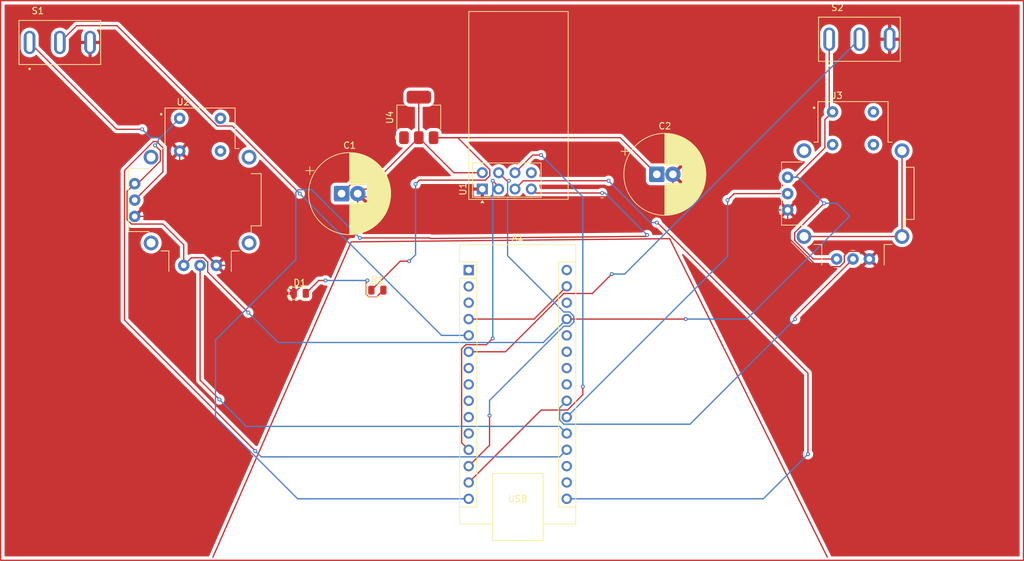
<source format=kicad_pcb>
(kicad_pcb (version 20241229) (generator "pcbnew") (generator_version "9.0")
  (layers (0 "F.Cu" signal) (2 "B.Cu" signal) (13 "F.Paste" user) (15 "B.Paste" user) (5 "F.SilkS" user "F.Silkscreen") (7 "B.SilkS" user "B.Silkscreen") (1 "F.Mask" user) (3 "B.Mask" user) (25 "Edge.Cuts" user))
  (net 0 "")
  (net 1 "Net-(A1-D10{slash}CS)")
  (net 2 "Net-(A1-D13{slash}SCK)")
  (net 3 "Net-(A1-D12{slash}CIPO)")
  (net 4 "Net-(A1-D11{slash}COPI)")
  (net 6 "Net-(A1-D3)")
  (net 9 "+5V")
  (net 10 "Net-(A1-A0)")
  (net 14 "Net-(A1-A3)")
  (net 18 "Net-(A1-GND-Pad29)")
  (net 21 "Net-(A1-A2)")
  (net 22 "Net-(A1-D2)")
  (net 23 "Net-(A1-D9)")
  (net 29 "Net-(A1-A1)")
  (net 30 "Net-(U1-VCC)")
  (net 31 "GND")
  (net 32 "Net-(U4-VI)")
  (net 33 "Net-(D1-A)")
  (net 35 "Net-(U2-SHIELD-PadS1)")
  (net 36 "Net-(U3-SHIELD-PadS1)")
  (footprint "SW_100SP1T1B1M1QEH:SW_100SP1T1B1M1QEH" (layer "F.Cu") (at 95.2 44)
    (property "Reference" "S1" (at -3.425 -4.915 0) (layer "F.SilkS"))
    (property "Value" "100SP1T1B1M1QEH")
    (pad "1" thru_hole oval (at -4.7 0) (size 1.81 3.62) (drill oval 0.91 2.94) (layers "*.Cu" "*.Mask") (net 9 "+5V"))
    (pad "2" thru_hole oval (at 0 0) (size 1.81 3.62) (drill oval 0.91 2.94) (layers "*.Cu" "*.Mask") (net 22 "Net-(A1-D2)"))
    (pad "3" thru_hole oval (at 4.7 0) (size 1.81 3.62) (drill oval 0.91 2.94) (layers "*.Cu" "*.Mask") (net 31 "GND"))
  )
  (footprint "RF_Module:nRF24L01_Breakout" (layer "F.Cu") (at 160.875 66.7895 90)
    (property "Reference" "U1" (at 0 -3 90) (layer "F.SilkS"))
    (property "Value" "NRF24L01_Breakout")
    (pad "1" thru_hole rect (at 0 0 90) (size 1.7 1.7) (drill 1) (layers "*.Cu" "*.Mask") (net 31 "GND"))
    (pad "2" thru_hole circle (at 2.54 0 90) (size 1.7 1.7) (drill 1) (layers "*.Cu" "*.Mask") (net 30 "Net-(U1-VCC)"))
    (pad "3" thru_hole circle (at 0 2.54 90) (size 1.7 1.7) (drill 1) (layers "*.Cu" "*.Mask") (net 23 "Net-(A1-D9)"))
    (pad "4" thru_hole circle (at 2.54 2.54 90) (size 1.7 1.7) (drill 1) (layers "*.Cu" "*.Mask") (net 1 "Net-(A1-D10{slash}CS)"))
    (pad "5" thru_hole circle (at 0 5.08 90) (size 1.7 1.7) (drill 1) (layers "*.Cu" "*.Mask") (net 2 "Net-(A1-D13{slash}SCK)"))
    (pad "6" thru_hole circle (at 2.54 5.08 90) (size 1.7 1.7) (drill 1) (layers "*.Cu" "*.Mask") (net 4 "Net-(A1-D11{slash}COPI)"))
    (pad "7" thru_hole circle (at 0 7.62 90) (size 1.7 1.7) (drill 1) (layers "*.Cu" "*.Mask") (net 3 "Net-(A1-D12{slash}CIPO)"))
    (pad "8" thru_hole circle (at 2.54 7.62 90) (size 1.7 1.7) (drill 1) (layers "*.Cu" "*.Mask"))
  )
  (footprint "SW_100SP1T1B1M1QEH:SW_100SP1T1B1M1QEH" (layer "F.Cu") (at 219.5 43.5)
    (property "Reference" "S2" (at -3.425 -4.915 0) (layer "F.SilkS"))
    (property "Value" "100SP1T1B1M1QEH")
    (pad "1" thru_hole oval (at -4.7 0) (size 1.81 3.62) (drill oval 0.91 2.94) (layers "*.Cu" "*.Mask") (net 9 "+5V"))
    (pad "2" thru_hole oval (at 0 0) (size 1.81 3.62) (drill oval 0.91 2.94) (layers "*.Cu" "*.Mask") (net 6 "Net-(A1-D3)"))
    (pad "3" thru_hole oval (at 4.7 0) (size 1.81 3.62) (drill oval 0.91 2.94) (layers "*.Cu" "*.Mask") (net 31 "GND"))
  )
  (footprint "Package_TO_SOT_SMD:SOT-223-3_TabPin2" (layer "F.Cu") (at 151 55.65 90)
    (property "Reference" "U4" (at 0 -4.5 90) (layer "F.SilkS"))
    (property "Value" "AMS1117")
    (pad "1" smd roundrect (at -3.15 -2.3 90) (size 2 1.5) (layers "F.Cu" "F.Mask" "F.Paste"))
    (pad "2" smd roundrect (at -3.15 0 90) (size 2 1.5) (layers "F.Cu" "F.Mask" "F.Paste") (net 30 "Net-(U1-VCC)"))
    (pad "2" smd roundrect (at 3.15 0 90) (size 2 3.8) (layers "F.Cu" "F.Mask" "F.Paste") (net 30 "Net-(U1-VCC)"))
    (pad "3" smd roundrect (at -3.15 2.3 90) (size 2 1.5) (layers "F.Cu" "F.Mask" "F.Paste") (net 32 "Net-(U4-VI)"))
  )
  (footprint "LED_SMD:LED_0805_2012Metric" (layer "F.Cu") (at 144.5625 82.5)
    (property "Reference" "R1" (at 0 -1.65 0) (layer "F.SilkS"))
    (property "Value" "330")
    (pad "1" smd roundrect (at -0.9375 0) (size 0.975 1.4) (layers "F.Cu" "F.Mask" "F.Paste") (net 32 "Net-(U4-VI)"))
    (pad "2" smd roundrect (at 0.9375 0) (size 0.975 1.4) (layers "F.Cu" "F.Mask" "F.Paste") (net 33 "Net-(D1-A)"))
  )
  (footprint "Capacitor_THT:CP_Radial_D12.5mm_P2.50mm" (layer "F.Cu") (at 188 64.5)
    (property "Reference" "C2" (at 1.25 -7.5 0) (layer "F.SilkS"))
    (property "Value" "C_Polarized")
    (pad "1" thru_hole roundrect (at 0 0) (size 2.4 2.4) (drill 1.2) (layers "*.Cu" "*.Mask") (roundrect_rratio 0.104167) (net 32 "Net-(U4-VI)"))
    (pad "2" thru_hole circle (at 2.5 0) (size 2.4 2.4) (drill 1.2) (layers "*.Cu" "*.Mask") (net 31 "GND"))
  )
  (footprint "Capacitor_THT:CP_Radial_D12.5mm_P2.50mm" (layer "F.Cu") (at 139 67.5)
    (property "Reference" "C1" (at 1.25 -7.5 0) (layer "F.SilkS"))
    (property "Value" "C_Polarized")
    (pad "1" thru_hole roundrect (at 0 0) (size 2.4 2.4) (drill 1.2) (layers "*.Cu" "*.Mask") (roundrect_rratio 0.104167) (net 30 "Net-(U1-VCC)"))
    (pad "2" thru_hole circle (at 2.5 0) (size 2.4 2.4) (drill 1.2) (layers "*.Cu" "*.Mask") (net 31 "GND"))
  )
  (footprint "LED_SMD:LED_0805_2012Metric" (layer "F.Cu") (at 132.5 83)
    (property "Reference" "D1" (at 0 -1.65 0) (layer "F.SilkS"))
    (property "Value" "LED")
    (pad "1" smd roundrect (at -0.9375 0) (size 0.975 1.4) (layers "F.Cu" "F.Mask" "F.Paste") (net 31 "GND"))
    (pad "2" smd roundrect (at 0.9375 0) (size 0.975 1.4) (layers "F.Cu" "F.Mask" "F.Paste") (net 33 "Net-(D1-A)"))
  )
  (footprint "XDCR_COM-09032:XDCR_COM-09032" (layer "F.Cu") (at 218.5 67.5)
    (property "Reference" "U3" (at -2.625 -15.235 0) (layer "F.SilkS"))
    (property "Value" "COM-09032")
    (pad "B1A" thru_hole circle (at -3.175 -12.7) (size 1.778 1.778) (drill 0.9) (layers "*.Cu" "*.Mask") (net 9 "+5V"))
    (pad "B1B" thru_hole circle (at 3.175 -12.7) (size 1.778 1.778) (drill 0.9) (layers "*.Cu" "*.Mask"))
    (pad "B2A" thru_hole circle (at -3.175 -7.62) (size 1.778 1.778) (drill 0.9) (layers "*.Cu" "*.Mask"))
    (pad "B2B" thru_hole circle (at 3.175 -7.62) (size 1.778 1.778) (drill 0.9) (layers "*.Cu" "*.Mask"))
    (pad "H1" thru_hole circle (at -2.54 10.16) (size 1.778 1.778) (drill 0.889) (layers "*.Cu" "*.Mask") (net 9 "+5V"))
    (pad "H2" thru_hole circle (at 0 10.16) (size 1.778 1.778) (drill 0.889) (layers "*.Cu" "*.Mask") (net 14 "Net-(A1-A3)"))
    (pad "H3" thru_hole circle (at 2.54 10.16) (size 1.778 1.778) (drill 0.889) (layers "*.Cu" "*.Mask") (net 31 "GND"))
    (pad "S1" thru_hole circle (at -7.62 -6.6675) (size 2.286 2.286) (drill 1.397) (layers "*.Cu" "*.Mask") (net 36 "Net-(U3-SHIELD-PadS1)"))
    (pad "S2" thru_hole circle (at -7.62 6.6675) (size 2.286 2.286) (drill 1.397) (layers "*.Cu" "*.Mask") (net 36 "Net-(U3-SHIELD-PadS1)"))
    (pad "S3" thru_hole circle (at 7.62 6.6675) (size 2.286 2.286) (drill 1.397) (layers "*.Cu" "*.Mask") (net 36 "Net-(U3-SHIELD-PadS1)"))
    (pad "S4" thru_hole circle (at 7.62 -6.6675) (size 2.286 2.286) (drill 1.397) (layers "*.Cu" "*.Mask") (net 36 "Net-(U3-SHIELD-PadS1)"))
    (pad "V1" thru_hole circle (at -10.16 -2.54) (size 1.778 1.778) (drill 0.889) (layers "*.Cu" "*.Mask") (net 9 "+5V"))
    (pad "V2" thru_hole circle (at -10.16 0) (size 1.778 1.778) (drill 0.889) (layers "*.Cu" "*.Mask") (net 21 "Net-(A1-A2)"))
    (pad "V3" thru_hole circle (at -10.16 2.54) (size 1.778 1.778) (drill 0.889) (layers "*.Cu" "*.Mask") (net 31 "GND"))
  )
  (footprint "Module:Arduino_Nano" (layer "F.Cu") (at 158.76 79.38)
    (property "Reference" "A1" (at 7.62 -5.08 0) (layer "F.SilkS"))
    (property "Value" "Arduino_Nano_ESP32")
    (fp_text user "USB" (at 7.62 35.56 0) (layer "F.SilkS"))
    (pad "1" thru_hole rect (at 0 0) (size 1.6 1.6) (drill 1) (layers "*.Cu" "*.Mask"))
    (pad "2" thru_hole oval (at 0 2.54) (size 1.6 1.6) (drill 1) (layers "*.Cu" "*.Mask"))
    (pad "3" thru_hole oval (at 0 5.08) (size 1.6 1.6) (drill 1) (layers "*.Cu" "*.Mask"))
    (pad "4" thru_hole oval (at 0 7.62) (size 1.6 1.6) (drill 1) (layers "*.Cu" "*.Mask") (net 18 "Net-(A1-GND-Pad29)"))
    (pad "5" thru_hole oval (at 0 10.16) (size 1.6 1.6) (drill 1) (layers "*.Cu" "*.Mask") (net 22 "Net-(A1-D2)"))
    (pad "6" thru_hole oval (at 0 12.7) (size 1.6 1.6) (drill 1) (layers "*.Cu" "*.Mask") (net 6 "Net-(A1-D3)"))
    (pad "7" thru_hole oval (at 0 15.24) (size 1.6 1.6) (drill 1) (layers "*.Cu" "*.Mask"))
    (pad "8" thru_hole oval (at 0 17.78) (size 1.6 1.6) (drill 1) (layers "*.Cu" "*.Mask"))
    (pad "9" thru_hole oval (at 0 20.32) (size 1.6 1.6) (drill 1) (layers "*.Cu" "*.Mask"))
    (pad "10" thru_hole oval (at 0 22.86) (size 1.6 1.6) (drill 1) (layers "*.Cu" "*.Mask"))
    (pad "11" thru_hole oval (at 0 25.4) (size 1.6 1.6) (drill 1) (layers "*.Cu" "*.Mask"))
    (pad "12" thru_hole oval (at 0 27.94) (size 1.6 1.6) (drill 1) (layers "*.Cu" "*.Mask") (net 23 "Net-(A1-D9)"))
    (pad "13" thru_hole oval (at 0 30.48) (size 1.6 1.6) (drill 1) (layers "*.Cu" "*.Mask") (net 1 "Net-(A1-D10{slash}CS)"))
    (pad "14" thru_hole oval (at 0 33.02) (size 1.6 1.6) (drill 1) (layers "*.Cu" "*.Mask") (net 4 "Net-(A1-D11{slash}COPI)"))
    (pad "15" thru_hole oval (at 0 35.56) (size 1.6 1.6) (drill 1) (layers "*.Cu" "*.Mask") (net 3 "Net-(A1-D12{slash}CIPO)"))
    (pad "16" thru_hole oval (at 15.24 35.56) (size 1.6 1.6) (drill 1) (layers "*.Cu" "*.Mask") (net 2 "Net-(A1-D13{slash}SCK)"))
    (pad "17" thru_hole oval (at 15.24 33.02) (size 1.6 1.6) (drill 1) (layers "*.Cu" "*.Mask"))
    (pad "18" thru_hole oval (at 15.24 30.48) (size 1.6 1.6) (drill 1) (layers "*.Cu" "*.Mask"))
    (pad "19" thru_hole oval (at 15.24 27.94) (size 1.6 1.6) (drill 1) (layers "*.Cu" "*.Mask") (net 10 "Net-(A1-A0)"))
    (pad "20" thru_hole oval (at 15.24 25.4) (size 1.6 1.6) (drill 1) (layers "*.Cu" "*.Mask") (net 29 "Net-(A1-A1)"))
    (pad "21" thru_hole oval (at 15.24 22.86) (size 1.6 1.6) (drill 1) (layers "*.Cu" "*.Mask") (net 21 "Net-(A1-A2)"))
    (pad "22" thru_hole oval (at 15.24 20.32) (size 1.6 1.6) (drill 1) (layers "*.Cu" "*.Mask") (net 14 "Net-(A1-A3)"))
    (pad "23" thru_hole oval (at 15.24 17.78) (size 1.6 1.6) (drill 1) (layers "*.Cu" "*.Mask"))
    (pad "24" thru_hole oval (at 15.24 15.24) (size 1.6 1.6) (drill 1) (layers "*.Cu" "*.Mask"))
    (pad "25" thru_hole oval (at 15.24 12.7) (size 1.6 1.6) (drill 1) (layers "*.Cu" "*.Mask"))
    (pad "26" thru_hole oval (at 15.24 10.16) (size 1.6 1.6) (drill 1) (layers "*.Cu" "*.Mask"))
    (pad "27" thru_hole oval (at 15.24 7.62) (size 1.6 1.6) (drill 1) (layers "*.Cu" "*.Mask") (net 9 "+5V"))
    (pad "28" thru_hole oval (at 15.24 5.08) (size 1.6 1.6) (drill 1) (layers "*.Cu" "*.Mask"))
    (pad "29" thru_hole oval (at 15.24 2.54) (size 1.6 1.6) (drill 1) (layers "*.Cu" "*.Mask") (net 18 "Net-(A1-GND-Pad29)"))
    (pad "30" thru_hole oval (at 15.24 0) (size 1.6 1.6) (drill 1) (layers "*.Cu" "*.Mask"))
  )
  (footprint "XDCR_COM-09032:XDCR_COM-09032" (layer "F.Cu") (at 117 68.5)
    (property "Reference" "U2" (at -2.625 -15.235 0) (layer "F.SilkS"))
    (property "Value" "COM-09032")
    (pad "B1A" thru_hole circle (at -3.175 -12.7) (size 1.778 1.778) (drill 0.9) (layers "*.Cu" "*.Mask") (net 9 "+5V"))
    (pad "B1B" thru_hole circle (at 3.175 -12.7) (size 1.778 1.778) (drill 0.9) (layers "*.Cu" "*.Mask"))
    (pad "B2A" thru_hole circle (at -3.175 -7.62) (size 1.778 1.778) (drill 0.9) (layers "*.Cu" "*.Mask") (net 31 "GND"))
    (pad "B2B" thru_hole circle (at 3.175 -7.62) (size 1.778 1.778) (drill 0.9) (layers "*.Cu" "*.Mask"))
    (pad "H1" thru_hole circle (at -2.54 10.16) (size 1.778 1.778) (drill 0.889) (layers "*.Cu" "*.Mask") (net 9 "+5V"))
    (pad "H2" thru_hole circle (at 0 10.16) (size 1.778 1.778) (drill 0.889) (layers "*.Cu" "*.Mask") (net 29 "Net-(A1-A1)"))
    (pad "H3" thru_hole circle (at 2.54 10.16) (size 1.778 1.778) (drill 0.889) (layers "*.Cu" "*.Mask") (net 31 "GND"))
    (pad "S1" thru_hole circle (at -7.62 -6.6675) (size 2.286 2.286) (drill 1.397) (layers "*.Cu" "*.Mask") (net 35 "Net-(U2-SHIELD-PadS1)"))
    (pad "S2" thru_hole circle (at -7.62 6.6675) (size 2.286 2.286) (drill 1.397) (layers "*.Cu" "*.Mask") (net 35 "Net-(U2-SHIELD-PadS1)"))
    (pad "S3" thru_hole circle (at 7.62 6.6675) (size 2.286 2.286) (drill 1.397) (layers "*.Cu" "*.Mask") (net 35 "Net-(U2-SHIELD-PadS1)"))
    (pad "S4" thru_hole circle (at 7.62 -6.6675) (size 2.286 2.286) (drill 1.397) (layers "*.Cu" "*.Mask") (net 35 "Net-(U2-SHIELD-PadS1)"))
    (pad "V1" thru_hole circle (at -10.16 -2.54) (size 1.778 1.778) (drill 0.889) (layers "*.Cu" "*.Mask") (net 9 "+5V"))
    (pad "V2" thru_hole circle (at -10.16 0) (size 1.778 1.778) (drill 0.889) (layers "*.Cu" "*.Mask") (net 10 "Net-(A1-A0)"))
    (pad "V3" thru_hole circle (at -10.16 2.54) (size 1.778 1.778) (drill 0.889) (layers "*.Cu" "*.Mask") (net 31 "GND"))
  )
  (gr_line (start 140.5 75) (end 190 74.5) (stroke (width 0.2)) (layer "F.Cu") (net 36))
  (gr_rect (start 86 37.5) (end 245 124.5) (stroke (width 0.2)) (fill no) (layer "F.Cu") (net 36))
  (gr_line (start 190 74.5) (end 214.5 124) (stroke (width 0.2)) (layer "F.Cu") (net 36))
  (gr_line (start 119 124) (end 140.5 75) (stroke (width 0.2)) (layer "F.Cu") (net 36))
  (segment (start 162 106.62) (end 158.76 109.86) (width 0.2) (layer "F.Cu") (net 1))
  (segment (start 162 102) (end 162 106.62) (width 0.2) (layer "F.Cu") (net 1))
  (segment (start 163.415 64.2495) (end 164.6655 65.5) (width 0.2) (layer "F.Cu") (net 1))
  (segment (start 164.6655 65.5) (end 165 65.5) (width 0.2) (layer "F.Cu") (net 1))
  (via (at 165 65.5) (size 0.6) (drill 0.3) (layers "F.Cu" "B.Cu") (net 1))
  (via (at 162 102) (size 0.6) (drill 0.3) (layers "F.Cu" "B.Cu") (net 1))
  (segment (start 175.101 87.45605) (end 174.45605 88.101) (width 0.2) (layer "B.Cu") (net 1))
  (segment (start 164.804 65.696) (end 164.804 77.15905) (width 0.2) (layer "B.Cu") (net 1))
  (segment (start 165 65.5) (end 164.804 65.696) (width 0.2) (layer "B.Cu") (net 1))
  (segment (start 173.54395 85.899) (end 174.45605 85.899) (width 0.2) (layer "B.Cu") (net 1))
  (segment (start 174.45605 88.101) (end 173.54395 88.101) (width 0.2) (layer "B.Cu") (net 1))
  (segment (start 175.101 86.54395) (end 175.101 87.45605) (width 0.2) (layer "B.Cu") (net 1))
  (segment (start 164.804 77.15905) (end 173.54395 85.899) (width 0.2) (layer "B.Cu") (net 1))
  (segment (start 162 99.64495) (end 162 102) (width 0.2) (layer "B.Cu") (net 1))
  (segment (start 173.54395 88.101) (end 162 99.64495) (width 0.2) (layer "B.Cu") (net 1))
  (segment (start 174.45605 85.899) (end 175.101 86.54395) (width 0.2) (layer "B.Cu") (net 1))
  (segment (start 188 72) (end 188.068043 72) (width 0.2) (layer "F.Cu") (net 2))
  (segment (start 165.955 66.7895) (end 167.2445 65.5) (width 0.2) (layer "F.Cu") (net 2))
  (segment (start 167.2445 65.5) (end 180.5 65.5) (width 0.2) (layer "F.Cu") (net 2))
  (segment (start 188.068043 72) (end 211.5 95.431957) (width 0.2) (layer "F.Cu") (net 2))
  (segment (start 211.5 95.431957) (end 211.5 108) (width 0.2) (layer "F.Cu") (net 2))
  (via (at 180.5 65.5) (size 0.6) (drill 0.3) (layers "F.Cu" "B.Cu") (net 2))
  (via (at 211.5 108) (size 0.6) (drill 0.3) (layers "F.Cu" "B.Cu") (net 2))
  (via (at 188 72) (size 0.6) (drill 0.3) (layers "F.Cu" "B.Cu") (net 2))
  (segment (start 187 72) (end 188 72) (width 0.2) (layer "B.Cu") (net 2))
  (segment (start 204.56 114.94) (end 174 114.94) (width 0.2) (layer "B.Cu") (net 2))
  (segment (start 211.5 108) (end 204.56 114.94) (width 0.2) (layer "B.Cu") (net 2))
  (segment (start 180.5 65.5) (end 187 72) (width 0.2) (layer "B.Cu") (net 2))
  (segment (start 152.658365 74.38641) (end 141.842287 74.38641) (width 0.2) (layer "F.Cu") (net 3))
  (segment (start 186.494298 73.93538) (end 186.494298 74.005702) (width 0.2) (layer "F.Cu") (net 3))
  (segment (start 186.494298 74.005702) (end 186.364297 74.135703) (width 0.2) (layer "F.Cu") (net 3))
  (segment (start 152.747225 74.47527) (end 152.658365 74.38641) (width 0.2) (layer "F.Cu") (net 3))
  (segment (start 169.1055 67.4) (end 179.5 67.4) (width 0.2) (layer "F.Cu") (net 3))
  (segment (start 186.364297 74.135703) (end 152.747225 74.47527) (width 0.2) (layer "F.Cu") (net 3))
  (segment (start 168.495 66.7895) (end 169.1055 67.4) (width 0.2) (layer "F.Cu") (net 3))
  (via (at 186.494298 73.93538) (size 0.6) (drill 0.3) (layers "F.Cu" "B.Cu") (net 3))
  (via (at 141.842287 74.38641) (size 0.6) (drill 0.3) (layers "F.Cu" "B.Cu") (net 3))
  (via (at 179.5 67.4) (size 0.6) (drill 0.3) (layers "F.Cu" "B.Cu") (net 3))
  (segment (start 141.842287 74.38641) (end 134.354877 66.899) (width 0.2) (layer "B.Cu") (net 3))
  (segment (start 179.958918 67.4) (end 186.494298 73.93538) (width 0.2) (layer "B.Cu") (net 3))
  (segment (start 131.899 67.251057) (end 131.899 77.751057) (width 0.2) (layer "B.Cu") (net 3))
  (segment (start 134.354877 66.899) (end 132.251057 66.899) (width 0.2) (layer "B.Cu") (net 3))
  (segment (start 132.251057 66.899) (end 131.899 67.251057) (width 0.2) (layer "B.Cu") (net 3))
  (segment (start 119.399 90.251057) (end 119.399 102.166049) (width 0.2) (layer "B.Cu") (net 3))
  (segment (start 179.5 67.4) (end 179.958918 67.4) (width 0.2) (layer "B.Cu") (net 3))
  (segment (start 131.899 77.751057) (end 119.399 90.251057) (width 0.2) (layer "B.Cu") (net 3))
  (segment (start 119.399 102.166049) (end 132.172951 114.94) (width 0.2) (layer "B.Cu") (net 3))
  (segment (start 132.172951 114.94) (end 158.76 114.94) (width 0.2) (layer "B.Cu") (net 3))
  (segment (start 165.955 64.2495) (end 168.7045 61.5) (width 0.2) (layer "F.Cu") (net 4))
  (segment (start 174.11805 101.139) (end 170.021 101.139) (width 0.2) (layer "F.Cu") (net 4))
  (segment (start 176.5 98.75705) (end 174.11805 101.139) (width 0.2) (layer "F.Cu") (net 4))
  (segment (start 168.7045 61.5) (end 170 61.5) (width 0.2) (layer "F.Cu") (net 4))
  (segment (start 170.021 101.139) (end 158.76 112.4) (width 0.2) (layer "F.Cu") (net 4))
  (segment (start 176.5 97.5) (end 176.5 98.75705) (width 0.2) (layer "F.Cu") (net 4))
  (via (at 176.5 97.5) (size 0.6) (drill 0.3) (layers "F.Cu" "B.Cu") (net 4))
  (via (at 170 61.5) (size 0.6) (drill 0.3) (layers "F.Cu" "B.Cu") (net 4))
  (segment (start 176.5 68) (end 176.5 97.5) (width 0.2) (layer "B.Cu") (net 4))
  (segment (start 170 61.5) (end 176.5 68) (width 0.2) (layer "B.Cu") (net 4))
  (segment (start 177.979 83.021) (end 181 80) (width 0.2) (layer "F.Cu") (net 6))
  (segment (start 158.76 92.08) (end 164.48495 92.08) (width 0.2) (layer "F.Cu") (net 6))
  (segment (start 164.48495 92.08) (end 173.54395 83.021) (width 0.2) (layer "F.Cu") (net 6))
  (segment (start 173.54395 83.021) (end 177.979 83.021) (width 0.2) (layer "F.Cu") (net 6))
  (via (at 181 80) (size 0.6) (drill 0.3) (layers "F.Cu" "B.Cu") (net 6))
  (segment (start 181 80) (end 183 80) (width 0.2) (layer "B.Cu") (net 6))
  (segment (start 183 80) (end 219.5 43.5) (width 0.2) (layer "B.Cu") (net 6))
  (segment (start 111.23 72.23) (end 106.347085 72.23) (width 0.2) (layer "F.Cu") (net 9))
  (segment (start 209.436 73.564) (end 214 69) (width 0.2) (layer "F.Cu") (net 9))
  (segment (start 106.84 65.96) (end 107.294625 65.96) (width 0.2) (layer "F.Cu") (net 9))
  (segment (start 104 57.5) (end 108 57.5) (width 0.2) (layer "F.Cu") (net 9))
  (segment (start 209.547915 64.96) (end 214.135 60.372915) (width 0.2) (layer "F.Cu") (net 9))
  (segment (start 214.135 55.99) (end 215.325 54.8) (width 0.2) (layer "F.Cu") (net 9))
  (segment (start 115.65 77.47) (end 117.492915 77.47) (width 0.2) (layer "F.Cu") (net 9))
  (segment (start 214.8 43.5) (end 214.8 54.275) (width 0.2) (layer "F.Cu") (net 9))
  (segment (start 114.46 78.66) (end 114.46 75.46) (width 0.2) (layer "F.Cu") (net 9))
  (segment (start 118.19 79.69) (end 124.5 86) (width 0.2) (layer "F.Cu") (net 9))
  (segment (start 105.65 67.15) (end 106.84 65.96) (width 0.2) (layer "F.Cu") (net 9))
  (segment (start 105.65 71.532915) (end 105.65 67.15) (width 0.2) (layer "F.Cu") (net 9))
  (segment (start 208.34 64.96) (end 209.547915 64.96) (width 0.2) (layer "F.Cu") (net 9))
  (segment (start 117.492915 77.47) (end 118.19 78.167085) (width 0.2) (layer "F.Cu") (net 9))
  (segment (start 214.135 60.372915) (end 214.135 55.99) (width 0.2) (layer "F.Cu") (net 9))
  (segment (start 212.330375 77.66) (end 209.436 74.765625) (width 0.2) (layer "F.Cu") (net 9))
  (segment (start 215.96 77.66) (end 212.330375 77.66) (width 0.2) (layer "F.Cu") (net 9))
  (segment (start 107.294625 65.96) (end 110.824 62.430625) (width 0.2) (layer "F.Cu") (net 9))
  (segment (start 209.436 74.765625) (end 209.436 73.564) (width 0.2) (layer "F.Cu") (net 9))
  (segment (start 110.824 62.430625) (end 110.824 60.824) (width 0.2) (layer "F.Cu") (net 9))
  (segment (start 214.8 54.275) (end 215.325 54.8) (width 0.2) (layer "F.Cu") (net 9))
  (segment (start 114.46 78.66) (end 115.65 77.47) (width 0.2) (layer "F.Cu") (net 9))
  (segment (start 174 87) (end 192.5 87) (width 0.2) (layer "F.Cu") (net 9))
  (segment (start 114.46 75.46) (end 111.23 72.23) (width 0.2) (layer "F.Cu") (net 9))
  (segment (start 90.5 44) (end 104 57.5) (width 0.2) (layer "F.Cu") (net 9))
  (segment (start 118.19 78.167085) (end 118.19 79.69) (width 0.2) (layer "F.Cu") (net 9))
  (segment (start 110.824 60.824) (end 110 60) (width 0.2) (layer "F.Cu") (net 9))
  (segment (start 106.347085 72.23) (end 105.65 71.532915) (width 0.2) (layer "F.Cu") (net 9))
  (via (at 124.5 86) (size 0.6) (drill 0.3) (layers "F.Cu" "B.Cu") (net 9))
  (via (at 192.5 87) (size 0.6) (drill 0.3) (layers "F.Cu" "B.Cu") (net 9))
  (via (at 214 69) (size 0.6) (drill 0.3) (layers "F.Cu" "B.Cu") (net 9))
  (via (at 108 57.5) (size 0.6) (drill 0.3) (layers "F.Cu" "B.Cu") (net 9))
  (via (at 110 60) (size 0.6) (drill 0.3) (layers "F.Cu" "B.Cu") (net 9))
  (segment (start 209.96 64.96) (end 208.34 64.96) (width 0.2) (layer "B.Cu") (net 9))
  (segment (start 214 69) (end 209.96 64.96) (width 0.2) (layer "B.Cu") (net 9))
  (segment (start 216 69) (end 214 69) (width 0.2) (layer "B.Cu") (net 9))
  (segment (start 110.5 59.5) (end 110.5 59.125) (width 0.2) (layer "B.Cu") (net 9))
  (segment (start 202 87) (end 218 71) (width 0.2) (layer "B.Cu") (net 9))
  (segment (start 110.5 59.125) (end 110.8125 58.8125) (width 0.2) (layer "B.Cu") (net 9))
  (segment (start 124.5 86) (end 129.141 90.641) (width 0.2) (layer "B.Cu") (net 9))
  (segment (start 218 71) (end 216 69) (width 0.2) (layer "B.Cu") (net 9))
  (segment (start 110 60) (end 110.5 59.5) (width 0.2) (layer "B.Cu") (net 9))
  (segment (start 108 57.5) (end 109.3125 58.8125) (width 0.2) (layer "B.Cu") (net 9))
  (segment (start 109.3125 58.8125) (end 110.8125 58.8125) (width 0.2) (layer "B.Cu") (net 9))
  (segment (start 170.359 90.641) (end 174 87) (width 0.2) (layer "B.Cu") (net 9))
  (segment (start 129.141 90.641) (end 170.359 90.641) (width 0.2) (layer "B.Cu") (net 9))
  (segment (start 192.5 87) (end 202 87) (width 0.2) (layer "B.Cu") (net 9))
  (segment (start 110.8125 58.8125) (end 113.825 55.8) (width 0.2) (layer "B.Cu") (net 9))
  (segment (start 106.84 68.5) (end 111.225 64.115) (width 0.2) (layer "F.Cu") (net 10))
  (segment (start 105.249 87.166106) (end 125.584065 107.501171) (width 0.2) (layer "F.Cu") (net 10))
  (segment (start 110.248943 59.399) (end 109.751057 59.399) (width 0.2) (layer "F.Cu") (net 10))
  (segment (start 109.751057 59.399) (end 105.249 63.901057) (width 0.2) (layer "F.Cu") (net 10))
  (segment (start 111.225 60.375057) (end 110.248943 59.399) (width 0.2) (layer "F.Cu") (net 10))
  (segment (start 111.225 64.115) (end 111.225 60.375057) (width 0.2) (layer "F.Cu") (net 10))
  (segment (start 105.249 63.901057) (end 105.249 87.166106) (width 0.2) (layer "F.Cu") (net 10))
  (via (at 125.584065 107.501171) (size 0.6) (drill 0.3) (layers "F.Cu" "B.Cu") (net 10))
  (segment (start 125.584065 107.501171) (end 126.503894 108.421) (width 0.2) (layer "B.Cu") (net 10))
  (segment (start 126.503894 108.421) (end 172.899 108.421) (width 0.2) (layer "B.Cu") (net 10))
  (segment (start 172.899 108.421) (end 174 107.32) (width 0.2) (layer "B.Cu") (net 10))
  (segment (start 218.5 77.66) (end 209.5 86.66) (width 0.2) (layer "F.Cu") (net 14))
  (segment (start 209.5 86.66) (end 209.5 87) (width 0.2) (layer "F.Cu") (net 14))
  (via (at 209.5 87) (size 0.6) (drill 0.3) (layers "F.Cu" "B.Cu") (net 14))
  (segment (start 172.899 100.801) (end 174 99.7) (width 0.2) (layer "B.Cu") (net 14))
  (segment (start 209.5 87) (end 193.159 103.341) (width 0.2) (layer "B.Cu") (net 14))
  (segment (start 173.54395 103.341) (end 172.899 102.69605) (width 0.2) (layer "B.Cu") (net 14))
  (segment (start 172.899 102.69605) (end 172.899 100.801) (width 0.2) (layer "B.Cu") (net 14))
  (segment (start 193.159 103.341) (end 173.54395 103.341) (width 0.2) (layer "B.Cu") (net 14))
  (segment (start 168.92 87) (end 174 81.92) (width 0.2) (layer "F.Cu") (net 18))
  (segment (start 158.76 87) (end 168.92 87) (width 0.2) (layer "F.Cu") (net 18))
  (segment (start 208.34 67.5) (end 200 67.5) (width 0.2) (layer "F.Cu") (net 21))
  (segment (start 200 67.5) (end 199 68.5) (width 0.2) (layer "F.Cu") (net 21))
  (via (at 199 68.5) (size 0.6) (drill 0.3) (layers "F.Cu" "B.Cu") (net 21))
  (segment (start 199 77.24) (end 174 102.24) (width 0.2) (layer "B.Cu") (net 21))
  (segment (start 199 68.5) (end 199 77.24) (width 0.2) (layer "B.Cu") (net 21))
  (segment (start 97.811 41.389) (end 104.081085 41.389) (width 0.2) (layer "F.Cu") (net 22))
  (segment (start 104.081085 41.389) (end 119.682085 56.99) (width 0.2) (layer "F.Cu") (net 22))
  (segment (start 119.682085 56.99) (end 121.99 56.99) (width 0.2) (layer "F.Cu") (net 22))
  (segment (start 121.99 56.99) (end 132.5 67.5) (width 0.2) (layer "F.Cu") (net 22))
  (segment (start 95.2 44) (end 97.811 41.389) (width 0.2) (layer "F.Cu") (net 22))
  (via (at 132.5 67.5) (size 0.6) (drill 0.3) (layers "F.Cu" "B.Cu") (net 22))
  (segment (start 154.54 89.54) (end 158.76 89.54) (width 0.2) (layer "B.Cu") (net 22))
  (segment (start 132.5 67.5) (end 154.54 89.54) (width 0.2) (layer "B.Cu") (net 22))
  (segment (start 157.659 106.219) (end 158.76 107.32) (width 0.2) (layer "F.Cu") (net 23))
  (segment (start 157.659 91.62395) (end 157.659 106.219) (width 0.2) (layer "F.Cu") (net 23))
  (segment (start 163.415 66.415) (end 162.5 65.5) (width 0.2) (layer "F.Cu") (net 23))
  (segment (start 163.415 66.7895) (end 163.415 66.415) (width 0.2) (layer "F.Cu") (net 23))
  (segment (start 158.30395 90.979) (end 157.659 91.62395) (width 0.2) (layer "F.Cu") (net 23))
  (segment (start 162.5 90) (end 161.521 90.979) (width 0.2) (layer "F.Cu") (net 23))
  (segment (start 161.521 90.979) (end 158.30395 90.979) (width 0.2) (layer "F.Cu") (net 23))
  (via (at 162.5 65.5) (size 0.6) (drill 0.3) (layers "F.Cu" "B.Cu") (net 23))
  (via (at 162.5 90) (size 0.6) (drill 0.3) (layers "F.Cu" "B.Cu") (net 23))
  (segment (start 162.5 65.5) (end 162.5 90) (width 0.2) (layer "B.Cu") (net 23))
  (segment (start 117 78.66) (end 117 96.5) (width 0.2) (layer "F.Cu") (net 29))
  (segment (start 117 96.5) (end 120 99.5) (width 0.2) (layer "F.Cu") (net 29))
  (via (at 120 99.5) (size 0.6) (drill 0.3) (layers "F.Cu" "B.Cu") (net 29))
  (segment (start 172.899 103.679) (end 174 104.78) (width 0.2) (layer "B.Cu") (net 29))
  (segment (start 120 99.5) (end 124.179 103.679) (width 0.2) (layer "B.Cu") (net 29))
  (segment (start 124.179 103.679) (end 172.899 103.679) (width 0.2) (layer "B.Cu") (net 29))
  (segment (start 151 58.8) (end 151 52.5) (width 0.2) (layer "F.Cu") (net 30))
  (segment (start 140.501 65.999) (end 139 67.5) (width 0.2) (layer "F.Cu") (net 30))
  (segment (start 156.4495 64.2495) (end 151 58.8) (width 0.2) (layer "F.Cu") (net 30))
  (segment (start 143.801 65.999) (end 140.501 65.999) (width 0.2) (layer "F.Cu") (net 30))
  (segment (start 151 58.8) (end 143.801 65.999) (width 0.2) (layer "F.Cu") (net 30))
  (segment (start 160.875 64.2495) (end 156.4495 64.2495) (width 0.2) (layer "F.Cu") (net 30))
  (segment (start 131.5625 83) (end 141.5 73.0625) (width 0.2) (layer "F.Cu") (net 31))
  (segment (start 208.34 70.04) (end 224.2 54.18) (width 0.2) (layer "F.Cu") (net 31))
  (segment (start 190.5 66.197056) (end 190.5 64.5) (width 0.2) (layer "F.Cu") (net 31))
  (segment (start 196.04 70.04) (end 208.34 70.04) (width 0.2) (layer "F.Cu") (net 31))
  (segment (start 127.2225 78.66) (end 131.5625 83) (width 0.2) (layer "F.Cu") (net 31))
  (segment (start 99.9 46.955) (end 113.825 60.88) (width 0.2) (layer "F.Cu") (net 31))
  (segment (start 208.34 74.236725) (end 208.34 70.04) (width 0.2) (layer "F.Cu") (net 31))
  (segment (start 188.697056 68) (end 190.5 66.197056) (width 0.2) (layer "F.Cu") (net 31))
  (segment (start 113.825 60.88) (end 113.825 64.055) (width 0.2) (layer "F.Cu") (net 31))
  (segment (start 217.15 77.167085) (end 217.15 78.152915) (width 0.2) (layer "F.Cu") (net 31))
  (segment (start 217.847085 76.47) (end 217.15 77.167085) (width 0.2) (layer "F.Cu") (net 31))
  (segment (start 217.15 78.152915) (end 216.452915 78.85) (width 0.2) (layer "F.Cu") (net 31))
  (segment (start 111.92 71.04) (end 119.54 78.66) (width 0.2) (layer "F.Cu") (net 31))
  (segment (start 212.953275 78.85) (end 208.34 74.236725) (width 0.2) (layer "F.Cu") (net 31))
  (segment (start 141.5 73.0625) (end 141.5 67.5) (width 0.2) (layer "F.Cu") (net 31))
  (segment (start 119.54 78.66) (end 127.2225 78.66) (width 0.2) (layer "F.Cu") (net 31))
  (segment (start 190.5 64.5) (end 196.04 70.04) (width 0.2) (layer "F.Cu") (net 31))
  (segment (start 160.875 66.7895) (end 142.2105 66.7895) (width 0.2) (layer "F.Cu") (net 31))
  (segment (start 142.2105 66.7895) (end 141.5 67.5) (width 0.2) (layer "F.Cu") (net 31))
  (segment (start 219.85 76.47) (end 217.847085 76.47) (width 0.2) (layer "F.Cu") (net 31))
  (segment (start 224.2 54.18) (end 224.2 43.5) (width 0.2) (layer "F.Cu") (net 31))
  (segment (start 216.452915 78.85) (end 212.953275 78.85) (width 0.2) (layer "F.Cu") (net 31))
  (segment (start 221.04 77.66) (end 219.85 76.47) (width 0.2) (layer "F.Cu") (net 31))
  (segment (start 141.5 67.5) (end 142 68) (width 0.2) (layer "F.Cu") (net 31))
  (segment (start 142 68) (end 188.697056 68) (width 0.2) (layer "F.Cu") (net 31))
  (segment (start 99.9 44) (end 99.9 46.955) (width 0.2) (layer "F.Cu") (net 31))
  (segment (start 113.825 64.055) (end 106.84 71.04) (width 0.2) (layer "F.Cu") (net 31))
  (segment (start 106.84 71.04) (end 111.92 71.04) (width 0.2) (layer "F.Cu") (net 31))
  (segment (start 157.05326 58.8) (end 162.026 63.77274) (width 0.2) (layer "F.Cu") (net 32))
  (segment (start 188 64.5) (end 182.3 58.8) (width 0.2) (layer "F.Cu") (net 32))
  (segment (start 148.125 78) (end 143.625 82.5) (width 0.2) (layer "F.Cu") (net 32))
  (segment (start 182.3 58.8) (end 153.3 58.8) (width 0.2) (layer "F.Cu") (net 32))
  (segment (start 149.5 78) (end 148.125 78) (width 0.2) (layer "F.Cu") (net 32))
  (segment (start 161.35176 65.4005) (end 151.0995 65.4005) (width 0.2) (layer "F.Cu") (net 32))
  (segment (start 153.3 58.8) (end 157.05326 58.8) (width 0.2) (layer "F.Cu") (net 32))
  (segment (start 162.026 63.77274) (end 162.026 64.72626) (width 0.2) (layer "F.Cu") (net 32))
  (segment (start 162.026 64.72626) (end 161.35176 65.4005) (width 0.2) (layer "F.Cu") (net 32))
  (segment (start 151.0995 65.4005) (end 150.5 66) (width 0.2) (layer "F.Cu") (net 32))
  (via (at 150.5 66) (size 0.6) (drill 0.3) (layers "F.Cu" "B.Cu") (net 32))
  (via (at 149.5 78) (size 0.6) (drill 0.3) (layers "F.Cu" "B.Cu") (net 32))
  (segment (start 150.5 77) (end 149.5 78) (width 0.2) (layer "B.Cu") (net 32))
  (segment (start 150.5 66) (end 150.5 77) (width 0.2) (layer "B.Cu") (net 32))
  (segment (start 142.8365 81.1635) (end 142.8365 83.188646) (width 0.2) (layer "F.Cu") (net 33))
  (segment (start 143 81) (end 142.8365 81.1635) (width 0.2) (layer "F.Cu") (net 33))
  (segment (start 144.499 83.501) (end 145.5 82.5) (width 0.2) (layer "F.Cu") (net 33))
  (segment (start 143.148854 83.501) (end 144.499 83.501) (width 0.2) (layer "F.Cu") (net 33))
  (segment (start 135.4375 81) (end 136.5 81) (width 0.2) (layer "F.Cu") (net 33))
  (segment (start 133.4375 83) (end 135.4375 81) (width 0.2) (layer "F.Cu") (net 33))
  (segment (start 142.8365 83.188646) (end 143.148854 83.501) (width 0.2) (layer "F.Cu") (net 33))
  (via (at 136.5 81) (size 0.6) (drill 0.3) (layers "F.Cu" "B.Cu") (net 33))
  (via (at 143 81) (size 0.6) (drill 0.3) (layers "F.Cu" "B.Cu") (net 33))
  (segment (start 136.5 81) (end 143 81) (width 0.2) (layer "B.Cu") (net 33))
  (segment (start 226.12 74.1675) (end 210.88 74.1675) (width 0.2) (layer "F.Cu") (net 36))
  (segment (start 226.12 60.8325) (end 226.12 74.1675) (width 0.2) (layer "F.Cu") (net 36))
  (zone (net 31) (net_name "GND") (layer "F.Cu") (connect_pads (clearance 0.5)) (min_thickness 0.25) (fill yes (thermal_gap 0.5) (thermal_bridge_width 0.5))
    (polygon (pts (xy 86 37.5) (xy 245 37.5) (xy 245 124.5) (xy 86 124.5)))
  )
)
</source>
